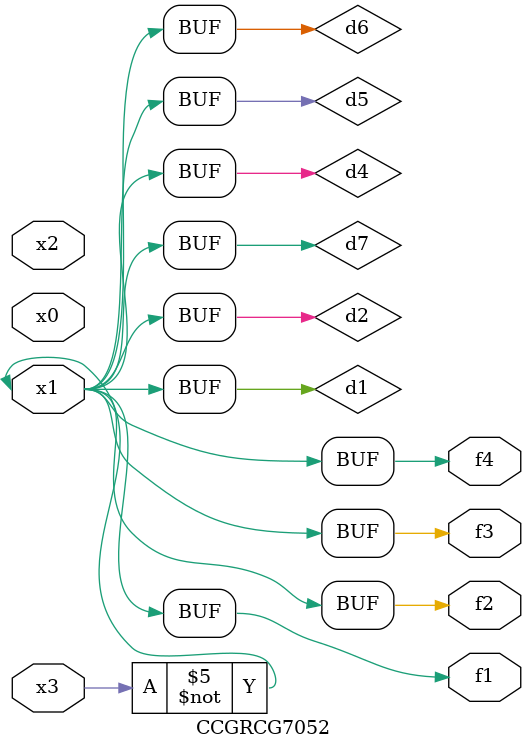
<source format=v>
module CCGRCG7052(
	input x0, x1, x2, x3,
	output f1, f2, f3, f4
);

	wire d1, d2, d3, d4, d5, d6, d7;

	not (d1, x3);
	buf (d2, x1);
	xnor (d3, d1, d2);
	nor (d4, d1);
	buf (d5, d1, d2);
	buf (d6, d4, d5);
	nand (d7, d4);
	assign f1 = d6;
	assign f2 = d7;
	assign f3 = d6;
	assign f4 = d6;
endmodule

</source>
